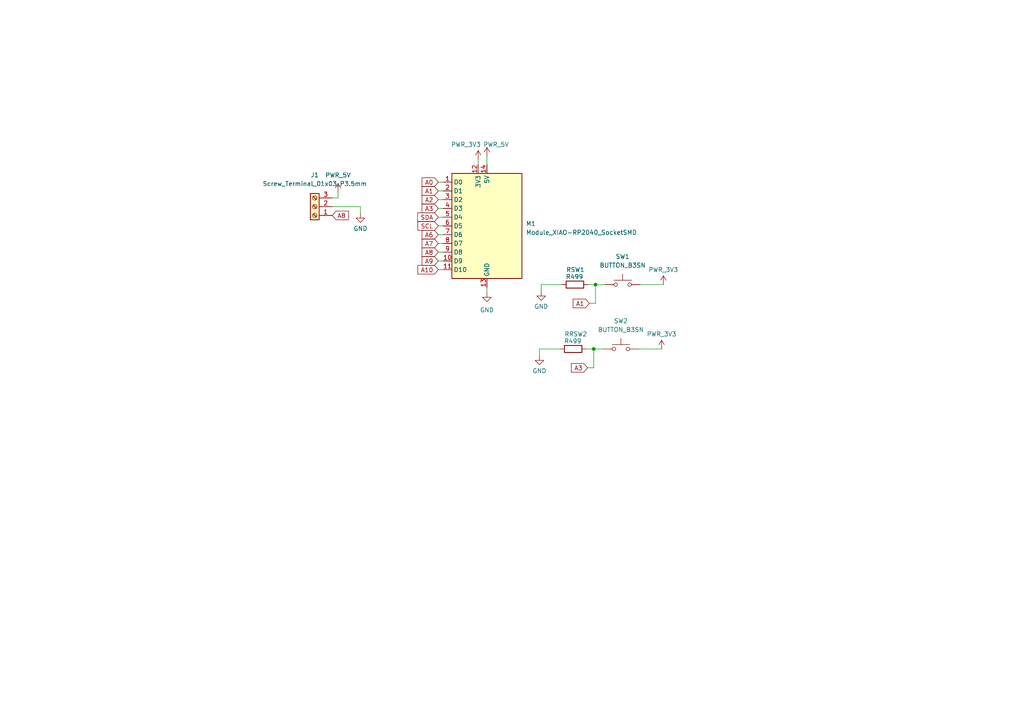
<source format=kicad_sch>
(kicad_sch (version 20230121) (generator eeschema)
  (paper "A4")
  (lib_symbols
    (symbol "fab:BUTTON_B3SN" (pin_numbers hide) (pin_names (offset 1.016) hide)
      (property "Reference" "SW" (at 1.27 2.54 0))
      (property "Value" "BUTTON_B3SN" (at 0 -1.524 0))
      (symbol "BUTTON_B3SN_0_1"
        (circle (center -2.032 0) (radius 0.508))
        (polyline (pts (xy 0 1.27) (xy 0 3.048)))
        (polyline (pts (xy 2.54 1.27) (xy -2.54 1.27)))
        (circle (center 2.032 0) (radius 0.508))
        (pin passive line (at -5.08 0 0) (length 2.54) (name "1") (number "1"))
        (pin passive line (at 5.08 0 180) (length 2.54) (name "2") (number "2"))
      )
    )
    (symbol "fab:Module_XIAO-RP2040_SocketSMD"
      (property "Reference" "M" (at -10.16 16.51 0))
      (property "Value" "Module_XIAO-RP2040_SocketSMD" (at 1.27 16.51 0))
      (symbol "Module_XIAO-RP2040_SocketSMD_1_1"
        (rectangle (start -10.16 15.24) (end 10.16 -15.24) (stroke (width 0.254)) (fill (type background)))
        (pin bidirectional line (at -12.7 12.7 0) (length 2.54) (name "D0") (number "1"))
        (pin bidirectional line (at -12.7 -10.16 0) (length 2.54) (name "D9") (number "10"))
        (pin bidirectional line (at -12.7 -12.7 0) (length 2.54) (name "D10") (number "11"))
        (pin power_in line (at -2.54 17.78 270) (length 2.54) (name "3V3") (number "12"))
        (pin power_in line (at 0 -17.78 90) (length 2.54) (name "GND") (number "13"))
        (pin power_in line (at 0 17.78 270) (length 2.54) (name "5V") (number "14"))
        (pin bidirectional line (at -12.7 10.16 0) (length 2.54) (name "D1") (number "2"))
        (pin bidirectional line (at -12.7 7.62 0) (length 2.54) (name "D2") (number "3"))
        (pin bidirectional line (at -12.7 5.08 0) (length 2.54) (name "D3") (number "4"))
        (pin bidirectional line (at -12.7 2.54 0) (length 2.54) (name "D4") (number "5"))
        (pin bidirectional line (at -12.7 0 0) (length 2.54) (name "D5") (number "6"))
        (pin bidirectional line (at -12.7 -2.54 0) (length 2.54) (name "D6") (number "7"))
        (pin bidirectional line (at -12.7 -5.08 0) (length 2.54) (name "D7") (number "8"))
        (pin bidirectional line (at -12.7 -7.62 0) (length 2.54) (name "D8") (number "9"))
      )
    )
    (symbol "fab:PWR_3V3" (power) (pin_names (offset 0))
      (property "Value" "PWR_3V3" (at 0 3.556 0))
      (symbol "PWR_3V3_0_1"
        (polyline (pts (xy -0.762 1.27) (xy 0 2.54)))
        (polyline (pts (xy 0 0) (xy 0 2.54)))
        (polyline (pts (xy 0 2.54) (xy 0.762 1.27)))
      )
      (symbol "PWR_3V3_1_1"
        (pin power_in line (at 0 0 90) (length 0) hide (name "PWR_3V3") (number "1"))
      )
    )
    (symbol "fab:PWR_5V" (power) (pin_names (offset 0))
      (property "Value" "PWR_5V" (at 0 3.556 0))
      (symbol "PWR_5V_0_1"
        (polyline (pts (xy -0.762 1.27) (xy 0 2.54)))
        (polyline (pts (xy 0 0) (xy 0 2.54)))
        (polyline (pts (xy 0 2.54) (xy 0.762 1.27)))
      )
      (symbol "PWR_5V_1_1"
        (pin power_in line (at 0 0 90) (length 0) hide (name "PWR_5V") (number "1"))
      )
    )
    (symbol "fab:Power_GND" (power) (pin_names (offset 0))
      (property "Value" "Power_GND" (at 0 -3.81 0))
      (symbol "Power_GND_0_1"
        (polyline (pts (xy 0 0) (xy 0 -1.27) (xy 1.27 -1.27) (xy 0 -2.54) (xy -1.27 -1.27) (xy 0 -1.27)))
      )
      (symbol "Power_GND_1_1"
        (pin power_in line (at 0 0 270) (length 0) hide (name "GND") (number "1"))
      )
    )
    (symbol "fab:R" (pin_numbers hide) (pin_names (offset 0))
      (property "Reference" "R" (at 2.032 0 90))
      (property "Value" "R" (at 0 0 90))
      (symbol "R_0_1"
        (rectangle (start -1.016 -2.54) (end 1.016 2.54) (stroke (width 0.254)))
      )
      (symbol "R_1_1"
        (pin passive line (at 0 3.81 270) (length 1.27) (name "~") (number "1"))
        (pin passive line (at 0 -3.81 90) (length 1.27) (name "~") (number "2"))
      )
    )
    (symbol "fab:Screw_Terminal_01x03_P3.5mm" (pin_names (offset 1.016) hide)
      (property "Reference" "J" (at 0 5.08 0))
      (property "Value" "Screw_Terminal_01x03_P3.5mm" (at 0 -5.08 0))
      (symbol "Screw_Terminal_01x03_P3.5mm_1_1"
        (rectangle (start -1.27 3.81) (end 1.27 -3.81) (stroke (width 0.254)) (fill (type background)))
        (circle (center 0 -2.54) (radius 0.635) (stroke (width 0.1524)))
        (polyline (pts (xy -0.5334 -2.2098) (xy 0.3302 -3.048)) (stroke (width 0.1524)))
        (polyline (pts (xy -0.5334 0.3302) (xy 0.3302 -0.508)) (stroke (width 0.1524)))
        (polyline (pts (xy -0.5334 2.8702) (xy 0.3302 2.032)) (stroke (width 0.1524)))
        (polyline (pts (xy -0.3556 -2.032) (xy 0.508 -2.8702)) (stroke (width 0.1524)))
        (polyline (pts (xy -0.3556 0.508) (xy 0.508 -0.3302)) (stroke (width 0.1524)))
        (polyline (pts (xy -0.3556 3.048) (xy 0.508 2.2098)) (stroke (width 0.1524)))
        (circle (center 0 0) (radius 0.635) (stroke (width 0.1524)))
        (circle (center 0 2.54) (radius 0.635) (stroke (width 0.1524)))
        (pin passive line (at -5.08 2.54 0) (length 3.81) (name "Pin_1") (number "1"))
        (pin passive line (at -5.08 0 0) (length 3.81) (name "Pin_2") (number "2"))
        (pin passive line (at -5.08 -2.54 0) (length 3.81) (name "Pin_3") (number "3"))
      )
    )
  )
  (junction (at 172.212 101.219))
  (junction (at 172.72 82.55))
  (wire (pts (xy 170.561 82.55) (xy 172.72 82.55)))
  (wire (pts (xy 172.72 88.011) (xy 172.72 82.55)))
  (wire (pts (xy 170.434 106.68) (xy 172.212 106.68)))
  (wire (pts (xy 162.941 82.55) (xy 156.972 82.55)))
  (wire (pts (xy 127.127 55.372) (xy 128.524 55.372)))
  (wire (pts (xy 127.127 75.692) (xy 128.524 75.692)))
  (wire (pts (xy 172.72 82.55) (xy 175.514 82.55)))
  (wire (pts (xy 191.897 101.219) (xy 185.166 101.219)))
  (wire (pts (xy 96.3676 57.404) (xy 98.044 57.404)))
  (wire (pts (xy 127.127 62.992) (xy 128.524 62.992)))
  (wire (pts (xy 127.127 60.452) (xy 128.524 60.452)))
  (wire (pts (xy 156.972 82.55) (xy 156.972 84.582)))
  (wire (pts (xy 170.053 101.219) (xy 172.212 101.219)))
  (wire (pts (xy 192.405 82.55) (xy 185.674 82.55)))
  (wire (pts (xy 170.942 88.011) (xy 172.72 88.011)))
  (wire (pts (xy 141.224 45.339) (xy 141.224 47.752)))
  (wire (pts (xy 127.127 57.912) (xy 128.524 57.912)))
  (wire (pts (xy 127.127 70.612) (xy 128.524 70.612)))
  (wire (pts (xy 98.044 55.753) (xy 98.044 57.404)))
  (wire (pts (xy 127.127 78.232) (xy 128.524 78.232)))
  (wire (pts (xy 127.127 68.072) (xy 128.524 68.072)))
  (wire (pts (xy 156.464 101.219) (xy 156.464 103.251)))
  (wire (pts (xy 141.224 83.312) (xy 141.224 84.963)))
  (wire (pts (xy 104.5464 59.944) (xy 104.5464 61.976)))
  (wire (pts (xy 96.3676 59.944) (xy 104.5464 59.944)))
  (wire (pts (xy 172.212 106.68) (xy 172.212 101.219)))
  (wire (pts (xy 127.127 73.152) (xy 128.524 73.152)))
  (wire (pts (xy 127.127 52.832) (xy 128.524 52.832)))
  (wire (pts (xy 162.433 101.219) (xy 156.464 101.219)))
  (wire (pts (xy 127.127 65.532) (xy 128.524 65.532)))
  (wire (pts (xy 172.212 101.219) (xy 175.006 101.219)))
  (wire (pts (xy 138.684 46.228) (xy 138.684 47.752)))
  (global_label "SCL" (shape input) (at 127.127 65.532 180) (property "Intersheetrefs" "${INTERSHEET_REFS}" (effects hide)))
  (global_label "A8" (shape input) (at 127.127 73.152 180) (property "Intersheetrefs" "${INTERSHEET_REFS}" (effects hide)))
  (global_label "A9" (shape input) (at 127.127 75.692 180) (property "Intersheetrefs" "${INTERSHEET_REFS}" (effects hide)))
  (global_label "A3" (shape input) (at 170.434 106.68 180) (property "Intersheetrefs" "${INTERSHEET_REFS}" (effects hide)))
  (global_label "A0" (shape input) (at 127.127 52.832 180) (property "Intersheetrefs" "${INTERSHEET_REFS}" (effects hide)))
  (global_label "A8" (shape input) (at 96.3676 62.484 0) (property "Intersheetrefs" "${INTERSHEET_REFS}" (effects hide)))
  (global_label "A6" (shape input) (at 127.127 68.072 180) (property "Intersheetrefs" "${INTERSHEET_REFS}" (effects hide)))
  (global_label "A7" (shape input) (at 127.127 70.612 180) (property "Intersheetrefs" "${INTERSHEET_REFS}" (effects hide)))
  (global_label "A10" (shape input) (at 127.127 78.232 180) (property "Intersheetrefs" "${INTERSHEET_REFS}" (effects hide)))
  (global_label "A1" (shape input) (at 127.127 55.372 180) (property "Intersheetrefs" "${INTERSHEET_REFS}" (effects hide)))
  (global_label "A2" (shape input) (at 127.127 57.912 180) (property "Intersheetrefs" "${INTERSHEET_REFS}" (effects hide)))
  (global_label "SDA" (shape input) (at 127.127 62.992 180) (property "Intersheetrefs" "${INTERSHEET_REFS}" (effects hide)))
  (global_label "A1" (shape input) (at 170.942 88.011 180) (property "Intersheetrefs" "${INTERSHEET_REFS}" (effects hide)))
  (global_label "A3" (shape input) (at 127.127 60.452 180) (property "Intersheetrefs" "${INTERSHEET_REFS}" (effects hide)))
  (symbol (lib_id "fab:PWR_5V") (at 141.224 45.339 0) (unit 1)
    (property "Reference" "#PWR012" (effects hide))
    (property "Value" "PWR_5V" (at 143.891 41.91 0))
  )
  (symbol (lib_id "fab:R") (at 166.751 82.55 270) (unit 1)
    (property "Reference" "RSW1" (at 164.211 78.232 90) (effects (justify left)))
    (property "Value" "R499" (at 164.084 80.264 90) (effects (justify left)))
    (property "Footprint" "fab:R_1206" (effects hide))
  )
  (symbol (lib_id "fab:BUTTON_B3SN") (at 180.594 82.55 0) (unit 1)
    (property "Reference" "SW1" (at 180.594 74.422 0))
    (property "Value" "BUTTON_B3SN" (at 180.594 76.962 0))
    (property "Footprint" "fab:Button_Omron_B3SN_6.0x6.0mm" (effects hide))
    (property "Datasheet" "https://omronfs.omron.com/en_US/ecb/products/pdf/en-b3sn.pdf" (effects hide))
  )
  (symbol (lib_id "fab:Screw_Terminal_01x03_P3.5mm") (at 91.2876 59.944 180) (unit 1)
    (property "Reference" "J1" (at 91.2876 50.7492 0))
    (property "Value" "Screw_Terminal_01x03_P3.5mm" (at 91.2876 53.2892 0))
    (property "Footprint" "fab:TerminalBlock_OnShore_1x03_P3.50mm_Horizontal" (effects hide))
    (property "Datasheet" "www.on-shore.com/wp-content/uploads/ED555XDS.pdf" (effects hide))
  )
  (symbol (lib_id "fab:R") (at 166.243 101.219 270) (unit 1)
    (property "Reference" "RRSW2" (at 163.703 96.901 90) (effects (justify left)))
    (property "Value" "R499" (at 163.576 98.933 90) (effects (justify left)))
    (property "Footprint" "fab:R_1206" (effects hide))
  )
  (symbol (lib_id "fab:Power_GND") (at 156.972 84.582 0) (mirror y) (unit 1)
    (property "Reference" "#PWR08" (effects hide))
    (property "Value" "Power_GND" (at 156.972 88.9 0))
  )
  (symbol (lib_id "fab:Module_XIAO-RP2040_SocketSMD") (at 141.224 65.532 0) (unit 1)
    (property "Reference" "M1" (at 152.527 64.897 0) (effects (justify left)))
    (property "Value" "Module_XIAO-RP2040_SocketSMD" (at 152.527 67.437 0) (effects (justify left)))
    (property "Footprint" "fab:SeeedStudio_XIAO_SocketSMD" (effects hide))
    (property "Datasheet" "https://wiki.seeedstudio.com/XIAO-RP2040/" (effects hide))
  )
  (symbol (lib_id "fab:PWR_5V") (at 98.044 55.753 0) (unit 1)
    (property "Reference" "#PWR04" (effects hide))
    (property "Value" "PWR_5V" (at 98.044 50.8 0))
  )
  (symbol (lib_id "fab:PWR_3V3") (at 191.897 101.219 0) (mirror y) (unit 1)
    (property "Reference" "#PWR06" (effects hide))
    (property "Value" "PWR_3V3" (at 191.897 96.901 0))
  )
  (symbol (lib_id "fab:PWR_3V3") (at 192.405 82.55 0) (mirror y) (unit 1)
    (property "Reference" "#PWR015" (effects hide))
    (property "Value" "PWR_3V3" (at 192.405 78.232 0))
  )
  (symbol (lib_id "fab:Power_GND") (at 104.5464 61.976 0) (mirror y) (unit 1)
    (property "Reference" "#PWR03" (effects hide))
    (property "Value" "Power_GND" (at 104.5464 66.294 0))
  )
  (symbol (lib_id "fab:Power_GND") (at 141.224 84.963 0) (mirror y) (unit 1)
    (property "Reference" "#PWR09" (effects hide))
    (property "Value" "Power_GND" (at 141.224 89.916 0))
  )
  (symbol (lib_id "fab:PWR_3V3") (at 138.684 46.228 0) (mirror y) (unit 1)
    (property "Reference" "#PWR05" (effects hide))
    (property "Value" "PWR_3V3" (at 135.128 41.91 0))
  )
  (symbol (lib_id "fab:Power_GND") (at 156.464 103.251 0) (mirror y) (unit 1)
    (property "Reference" "#PWR01" (effects hide))
    (property "Value" "Power_GND" (at 156.464 107.569 0))
  )
  (symbol (lib_id "fab:BUTTON_B3SN") (at 180.086 101.219 0) (unit 1)
    (property "Reference" "SW2" (at 180.086 93.091 0))
    (property "Value" "BUTTON_B3SN" (at 180.086 95.631 0))
    (property "Footprint" "fab:Button_Omron_B3SN_6.0x6.0mm" (effects hide))
    (property "Datasheet" "https://omronfs.omron.com/en_US/ecb/products/pdf/en-b3sn.pdf" (effects hide))
  )
)
</source>
